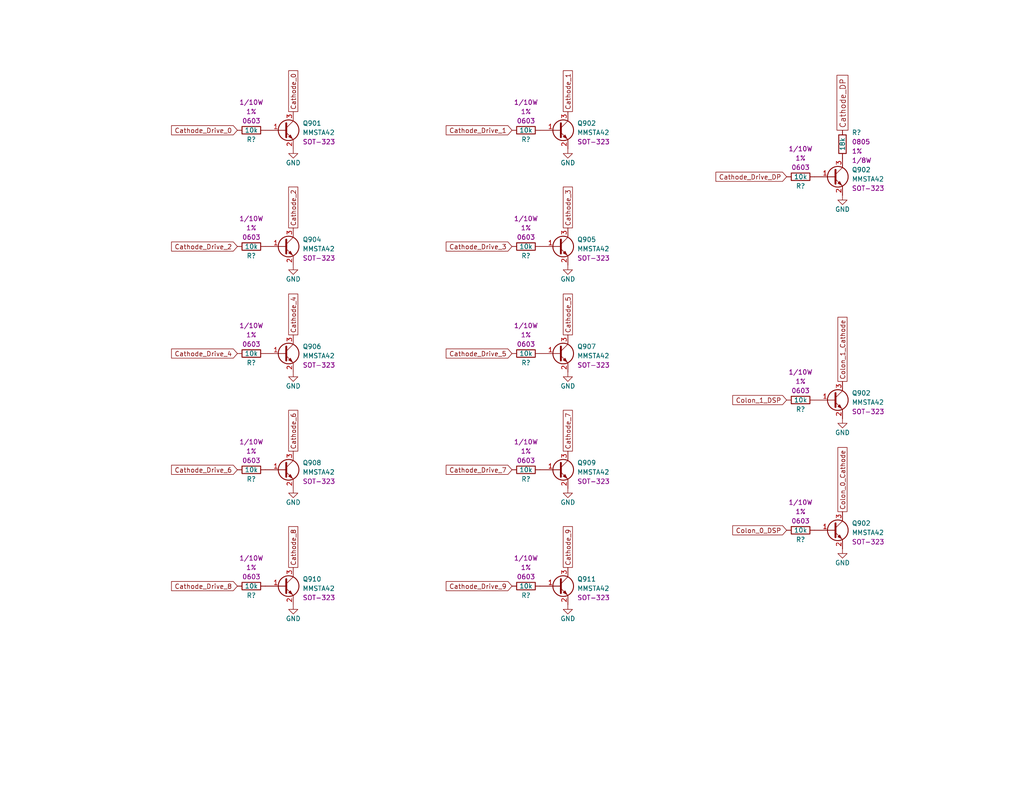
<source format=kicad_sch>
(kicad_sch (version 20230121) (generator eeschema)
  (paper "A")
  (title_block (date "2023-05-21") (rev "PRELIM") (company "Drew Maatman"))
  (lib_symbols
    (symbol "Custom Library:R_Custom" (pin_numbers hide) (pin_names (offset 1.016) hide)
      (property "Reference" "R" (at -2.54 0 90))
      (property "Value" "R_Custom" (at 0 0 90))
      (property "display_footprint" "Foot" (at 2.54 0 90))
      (property "Tolerance" "Tol" (at 5.08 0 90))
      (property "Wattage" "W" (at 7.62 0 90))
      (symbol "R_Custom_0_1"
        (rectangle (start 1.016 2.54) (end -1.016 -2.54) (stroke (width 0.254)))
      )
      (symbol "R_Custom_1_1"
        (pin passive line (at 0 3.81 270) (length 1.27) (name "1") (number "1"))
        (pin passive line (at 0 -3.81 90) (length 1.27) (name "2") (number "2"))
      )
    )
    (symbol "Nixie-Clock-rescue:GND" (power) (pin_names (offset 0))
      (property "Value" "GND" (at 0 -3.81 0))
      (symbol "GND_0_1"
        (polyline (pts (xy 0 0) (xy 0 -1.27) (xy 1.27 -1.27) (xy 0 -2.54) (xy -1.27 -1.27) (xy 0 -1.27)))
      )
      (symbol "GND_1_1"
        (pin power_in line (at 0 0 270) (length 0) hide (name "GND") (number "1"))
      )
    )
    (symbol "Nixie-Clock-rescue:Q_NPN_BEC" (pin_names (offset 0) hide)
      (property "Reference" "Q" (at 5.08 1.27 0))
      (property "Value" "Q_NPN_BEC" (at 5.08 -1.27 0))
      (symbol "Q_NPN_BEC_0_1"
        (polyline (pts (xy 0.635 0.635) (xy 2.54 2.54)))
        (polyline (pts (xy 0.635 -0.635) (xy 2.54 -2.54) (xy 2.54 -2.54)))
        (polyline (pts (xy 0.635 1.905) (xy 0.635 -1.905) (xy 0.635 -1.905)) (stroke (width 0.508)))
        (polyline (pts (xy 1.27 -1.778) (xy 1.778 -1.27) (xy 2.286 -2.286) (xy 1.27 -1.778) (xy 1.27 -1.778)) (fill (type outline)))
        (circle (center 1.27 0) (radius 2.8194) (stroke (width 0.254)))
      )
      (symbol "Q_NPN_BEC_1_1"
        (pin input line (at -5.08 0 0) (length 5.715) (name "B") (number "1"))
        (pin passive line (at 2.54 -5.08 90) (length 2.54) (name "E") (number "2"))
        (pin passive line (at 2.54 5.08 270) (length 2.54) (name "C") (number "3"))
      )
    )
  )
  (global_label "Colon_1_Cathode" (shape passive) (at 229.87 104.14 90) (property "Intersheetrefs" "${INTERSHEET_REFS}" (effects hide)))
  (global_label "Cathode_Drive_0" (shape input) (at 64.77 35.56 180) (property "Intersheetrefs" "${INTERSHEET_REFS}" (effects hide)))
  (global_label "Cathode_Drive_5" (shape input) (at 139.7 96.52 180) (property "Intersheetrefs" "${INTERSHEET_REFS}" (effects hide)))
  (global_label "Cathode_Drive_1" (shape input) (at 139.7 35.56 180) (property "Intersheetrefs" "${INTERSHEET_REFS}" (effects hide)))
  (global_label "Colon_0_DSP" (shape input) (at 214.63 144.78 180) (property "Intersheetrefs" "${INTERSHEET_REFS}" (effects hide)))
  (global_label "Cathode_Drive_7" (shape input) (at 139.7 128.27 180) (property "Intersheetrefs" "${INTERSHEET_REFS}" (effects hide)))
  (global_label "Cathode_3" (shape passive) (at 154.94 62.23 90) (property "Intersheetrefs" "${INTERSHEET_REFS}" (effects hide)))
  (global_label "Cathode_Drive_3" (shape input) (at 139.7 67.31 180) (property "Intersheetrefs" "${INTERSHEET_REFS}" (effects hide)))
  (global_label "Cathode_Drive_4" (shape input) (at 64.77 96.52 180) (property "Intersheetrefs" "${INTERSHEET_REFS}" (effects hide)))
  (global_label "Cathode_Drive_6" (shape input) (at 64.77 128.27 180) (property "Intersheetrefs" "${INTERSHEET_REFS}" (effects hide)))
  (global_label "Cathode_DP" (shape passive) (at 229.87 35.56 90) (effects (font (size 1.524 1.524))) (property "Intersheetrefs" "${INTERSHEET_REFS}" (effects hide)))
  (global_label "Cathode_9" (shape passive) (at 154.94 154.94 90) (property "Intersheetrefs" "${INTERSHEET_REFS}" (effects hide)))
  (global_label "Cathode_2" (shape passive) (at 80.01 62.23 90) (property "Intersheetrefs" "${INTERSHEET_REFS}" (effects hide)))
  (global_label "Cathode_6" (shape passive) (at 80.01 123.19 90) (property "Intersheetrefs" "${INTERSHEET_REFS}" (effects hide)))
  (global_label "Cathode_Drive_DP" (shape input) (at 214.63 48.26 180) (property "Intersheetrefs" "${INTERSHEET_REFS}" (effects hide)))
  (global_label "Cathode_0" (shape passive) (at 80.01 30.48 90) (property "Intersheetrefs" "${INTERSHEET_REFS}" (effects hide)))
  (global_label "Cathode_7" (shape passive) (at 154.94 123.19 90) (property "Intersheetrefs" "${INTERSHEET_REFS}" (effects hide)))
  (global_label "Cathode_1" (shape passive) (at 154.94 30.48 90) (property "Intersheetrefs" "${INTERSHEET_REFS}" (effects hide)))
  (global_label "Cathode_Drive_2" (shape input) (at 64.77 67.31 180) (property "Intersheetrefs" "${INTERSHEET_REFS}" (effects hide)))
  (global_label "Cathode_Drive_8" (shape input) (at 64.77 160.02 180) (property "Intersheetrefs" "${INTERSHEET_REFS}" (effects hide)))
  (global_label "Cathode_4" (shape passive) (at 80.01 91.44 90) (property "Intersheetrefs" "${INTERSHEET_REFS}" (effects hide)))
  (global_label "Cathode_Drive_9" (shape input) (at 139.7 160.02 180) (property "Intersheetrefs" "${INTERSHEET_REFS}" (effects hide)))
  (global_label "Colon_1_DSP" (shape input) (at 214.63 109.22 180) (property "Intersheetrefs" "${INTERSHEET_REFS}" (effects hide)))
  (global_label "Cathode_5" (shape passive) (at 154.94 91.44 90) (property "Intersheetrefs" "${INTERSHEET_REFS}" (effects hide)))
  (global_label "Cathode_8" (shape passive) (at 80.01 154.94 90) (property "Intersheetrefs" "${INTERSHEET_REFS}" (effects hide)))
  (global_label "Colon_0_Cathode" (shape passive) (at 229.87 139.7 90) (property "Intersheetrefs" "${INTERSHEET_REFS}" (effects hide)))
  (symbol (lib_id "Nixie-Clock-rescue:GND") (at 80.01 133.35 0) (unit 1)
    (property "Reference" "#PWR0104" (effects hide))
    (property "Value" "GND" (at 80.01 137.16 0))
    (instances (project "Nixie Clock" (path "" (reference "#PWR0104") (unit 1))) (project "IN12_carrier" (path "" (reference "#PWR0504") (unit 1))))
  )
  (symbol (lib_id "Custom Library:R_Custom") (at 68.58 67.31 90) (unit 1)
    (property "Reference" "R?" (at 68.58 69.85 90))
    (property "Value" "10k" (at 68.58 67.31 90))
    (property "Footprint" "Resistors_SMD:R_0603" (effects hide))
    (property "display_footprint" "0603" (at 68.58 64.77 90))
    (property "Tolerance" "1%" (at 68.58 62.23 90))
    (property "Wattage" "1/10W" (at 68.58 59.69 90))
    (property "Digi-Key PN" "PN" (effects hide))
  )
  (symbol (lib_id "Custom Library:R_Custom") (at 68.58 160.02 90) (unit 1)
    (property "Reference" "R?" (at 68.58 162.56 90))
    (property "Value" "10k" (at 68.58 160.02 90))
    (property "Footprint" "Resistors_SMD:R_0603" (effects hide))
    (property "display_footprint" "0603" (at 68.58 157.48 90))
    (property "Tolerance" "1%" (at 68.58 154.94 90))
    (property "Wattage" "1/10W" (at 68.58 152.4 90))
    (property "Digi-Key PN" "PN" (effects hide))
  )
  (symbol (lib_id "Nixie-Clock-rescue:GND") (at 80.01 165.1 0) (unit 1)
    (property "Reference" "#PWR0109" (effects hide))
    (property "Value" "GND" (at 80.01 168.91 0))
    (instances (project "Nixie Clock" (path "" (reference "#PWR0109") (unit 1))) (project "IN12_carrier" (path "" (reference "#PWR0505") (unit 1))))
  )
  (symbol (lib_id "Custom Library:R_Custom") (at 218.44 48.26 90) (unit 1)
    (property "Reference" "R?" (at 218.44 50.8 90))
    (property "Value" "10k" (at 218.44 48.26 90))
    (property "Footprint" "Resistors_SMD:R_0603" (effects hide))
    (property "display_footprint" "0603" (at 218.44 45.72 90))
    (property "Tolerance" "1%" (at 218.44 43.18 90))
    (property "Wattage" "1/10W" (at 218.44 40.64 90))
    (property "Digi-Key PN" "PN" (effects hide))
  )
  (symbol (lib_id "Nixie-Clock-rescue:GND") (at 80.01 101.6 0) (unit 1)
    (property "Reference" "#PWR0103" (effects hide))
    (property "Value" "GND" (at 80.01 105.41 0))
    (instances (project "Nixie Clock" (path "" (reference "#PWR0103") (unit 1))) (project "IN12_carrier" (path "" (reference "#PWR0503") (unit 1))))
  )
  (symbol (lib_id "Nixie-Clock-rescue:Q_NPN_BEC") (at 77.47 160.02 0) (unit 1)
    (property "Reference" "Q910" (at 82.55 158.115 0) (effects (justify left)))
    (property "Value" "MMSTA42" (at 82.55 160.655 0) (effects (justify left)))
    (property "Footprint" "TO_SOT_Packages_SMD:SOT-323_SC-70" (effects hide))
    (property "Footprint Display" "SOT-323" (at 82.55 163.195 0) (effects (justify left)))
    (instances (project "Nixie Clock" (path "" (reference "Q910") (unit 1))) (project "IN12_carrier" (path "" (reference "Q?") (unit 1))))
  )
  (symbol (lib_id "Nixie-Clock-rescue:Q_NPN_BEC") (at 77.47 67.31 0) (unit 1)
    (property "Reference" "Q904" (at 82.55 65.405 0) (effects (justify left)))
    (property "Value" "MMSTA42" (at 82.55 67.945 0) (effects (justify left)))
    (property "Footprint" "TO_SOT_Packages_SMD:SOT-323_SC-70" (effects hide))
    (property "Footprint Display" "SOT-323" (at 82.55 70.485 0) (effects (justify left)))
    (instances (project "Nixie Clock" (path "" (reference "Q904") (unit 1))) (project "IN12_carrier" (path "" (reference "Q?") (unit 1))))
  )
  (symbol (lib_id "Nixie-Clock-rescue:GND") (at 154.94 40.64 0) (unit 1)
    (property "Reference" "#PWR0105" (effects hide))
    (property "Value" "GND" (at 154.94 44.45 0))
    (instances (project "Nixie Clock" (path "" (reference "#PWR0105") (unit 1))) (project "IN12_carrier" (path "" (reference "#PWR0506") (unit 1))))
  )
  (symbol (lib_id "Custom Library:R_Custom") (at 218.44 109.22 90) (unit 1)
    (property "Reference" "R?" (at 218.44 111.76 90))
    (property "Value" "10k" (at 218.44 109.22 90))
    (property "Footprint" "Resistors_SMD:R_0603" (effects hide))
    (property "display_footprint" "0603" (at 218.44 106.68 90))
    (property "Tolerance" "1%" (at 218.44 104.14 90))
    (property "Wattage" "1/10W" (at 218.44 101.6 90))
    (property "Digi-Key PN" "PN" (effects hide))
  )
  (symbol (lib_id "Nixie-Clock-rescue:GND") (at 154.94 72.39 0) (unit 1)
    (property "Reference" "#PWR0106" (effects hide))
    (property "Value" "GND" (at 154.94 76.2 0))
    (instances (project "Nixie Clock" (path "" (reference "#PWR0106") (unit 1))) (project "IN12_carrier" (path "" (reference "#PWR0507") (unit 1))))
  )
  (symbol (lib_id "Nixie-Clock-rescue:Q_NPN_BEC") (at 152.4 128.27 0) (unit 1)
    (property "Reference" "Q909" (at 157.48 126.365 0) (effects (justify left)))
    (property "Value" "MMSTA42" (at 157.48 128.905 0) (effects (justify left)))
    (property "Footprint" "TO_SOT_Packages_SMD:SOT-323_SC-70" (effects hide))
    (property "Footprint Display" "SOT-323" (at 157.48 131.445 0) (effects (justify left)))
    (instances (project "Nixie Clock" (path "" (reference "Q909") (unit 1))) (project "IN12_carrier" (path "" (reference "Q?") (unit 1))))
  )
  (symbol (lib_id "Custom Library:R_Custom") (at 143.51 160.02 90) (unit 1)
    (property "Reference" "R?" (at 143.51 162.56 90))
    (property "Value" "10k" (at 143.51 160.02 90))
    (property "Footprint" "Resistors_SMD:R_0603" (effects hide))
    (property "display_footprint" "0603" (at 143.51 157.48 90))
    (property "Tolerance" "1%" (at 143.51 154.94 90))
    (property "Wattage" "1/10W" (at 143.51 152.4 90))
    (property "Digi-Key PN" "PN" (effects hide))
  )
  (symbol (lib_id "Custom Library:R_Custom") (at 218.44 144.78 90) (unit 1)
    (property "Reference" "R?" (at 218.44 147.32 90))
    (property "Value" "10k" (at 218.44 144.78 90))
    (property "Footprint" "Resistors_SMD:R_0603" (effects hide))
    (property "display_footprint" "0603" (at 218.44 142.24 90))
    (property "Tolerance" "1%" (at 218.44 139.7 90))
    (property "Wattage" "1/10W" (at 218.44 137.16 90))
    (property "Digi-Key PN" "PN" (effects hide))
  )
  (symbol (lib_id "Nixie-Clock-rescue:Q_NPN_BEC") (at 77.47 35.56 0) (unit 1)
    (property "Reference" "Q901" (at 82.55 33.655 0) (effects (justify left)))
    (property "Value" "MMSTA42" (at 82.55 36.195 0) (effects (justify left)))
    (property "Footprint" "TO_SOT_Packages_SMD:SOT-323_SC-70" (effects hide))
    (property "Footprint Display" "SOT-323" (at 82.55 38.735 0) (effects (justify left)))
    (instances (project "Nixie Clock" (path "" (reference "Q901") (unit 1))) (project "IN12_carrier" (path "" (reference "Q?") (unit 1))))
  )
  (symbol (lib_id "Custom Library:R_Custom") (at 68.58 128.27 90) (unit 1)
    (property "Reference" "R?" (at 68.58 130.81 90))
    (property "Value" "10k" (at 68.58 128.27 90))
    (property "Footprint" "Resistors_SMD:R_0603" (effects hide))
    (property "display_footprint" "0603" (at 68.58 125.73 90))
    (property "Tolerance" "1%" (at 68.58 123.19 90))
    (property "Wattage" "1/10W" (at 68.58 120.65 90))
    (property "Digi-Key PN" "PN" (effects hide))
  )
  (symbol (lib_id "Nixie-Clock-rescue:Q_NPN_BEC") (at 152.4 160.02 0) (unit 1)
    (property "Reference" "Q911" (at 157.48 158.115 0) (effects (justify left)))
    (property "Value" "MMSTA42" (at 157.48 160.655 0) (effects (justify left)))
    (property "Footprint" "TO_SOT_Packages_SMD:SOT-323_SC-70" (effects hide))
    (property "Footprint Display" "SOT-323" (at 157.48 163.195 0) (effects (justify left)))
    (instances (project "Nixie Clock" (path "" (reference "Q911") (unit 1))) (project "IN12_carrier" (path "" (reference "Q?") (unit 1))))
  )
  (symbol (lib_id "Nixie-Clock-rescue:Q_NPN_BEC") (at 77.47 128.27 0) (unit 1)
    (property "Reference" "Q908" (at 82.55 126.365 0) (effects (justify left)))
    (property "Value" "MMSTA42" (at 82.55 128.905 0) (effects (justify left)))
    (property "Footprint" "TO_SOT_Packages_SMD:SOT-323_SC-70" (effects hide))
    (property "Footprint Display" "SOT-323" (at 82.55 131.445 0) (effects (justify left)))
    (instances (project "Nixie Clock" (path "" (reference "Q908") (unit 1))) (project "IN12_carrier" (path "" (reference "Q?") (unit 1))))
  )
  (symbol (lib_id "Custom Library:R_Custom") (at 143.51 96.52 90) (unit 1)
    (property "Reference" "R?" (at 143.51 99.06 90))
    (property "Value" "10k" (at 143.51 96.52 90))
    (property "Footprint" "Resistors_SMD:R_0603" (effects hide))
    (property "display_footprint" "0603" (at 143.51 93.98 90))
    (property "Tolerance" "1%" (at 143.51 91.44 90))
    (property "Wattage" "1/10W" (at 143.51 88.9 90))
    (property "Digi-Key PN" "PN" (effects hide))
  )
  (symbol (lib_id "Nixie-Clock-rescue:GND") (at 229.87 149.86 0) (unit 1)
    (property "Reference" "#PWR0105" (effects hide))
    (property "Value" "GND" (at 229.87 153.67 0))
    (instances (project "Nixie Clock" (path "" (reference "#PWR0105") (unit 1))) (project "IN12_carrier" (path "" (reference "#PWR0513") (unit 1))))
  )
  (symbol (lib_id "Nixie-Clock-rescue:Q_NPN_BEC") (at 77.47 96.52 0) (unit 1)
    (property "Reference" "Q906" (at 82.55 94.615 0) (effects (justify left)))
    (property "Value" "MMSTA42" (at 82.55 97.155 0) (effects (justify left)))
    (property "Footprint" "TO_SOT_Packages_SMD:SOT-323_SC-70" (effects hide))
    (property "Footprint Display" "SOT-323" (at 82.55 99.695 0) (effects (justify left)))
    (instances (project "Nixie Clock" (path "" (reference "Q906") (unit 1))) (project "IN12_carrier" (path "" (reference "Q?") (unit 1))))
  )
  (symbol (lib_id "Custom Library:R_Custom") (at 68.58 35.56 90) (unit 1)
    (property "Reference" "R?" (at 68.58 38.1 90))
    (property "Value" "10k" (at 68.58 35.56 90))
    (property "Footprint" "Resistors_SMD:R_0603" (effects hide))
    (property "display_footprint" "0603" (at 68.58 33.02 90))
    (property "Tolerance" "1%" (at 68.58 30.48 90))
    (property "Wattage" "1/10W" (at 68.58 27.94 90))
    (property "Digi-Key PN" "PN" (effects hide))
  )
  (symbol (lib_id "Nixie-Clock-rescue:GND") (at 154.94 133.35 0) (unit 1)
    (property "Reference" "#PWR0108" (effects hide))
    (property "Value" "GND" (at 154.94 137.16 0))
    (instances (project "Nixie Clock" (path "" (reference "#PWR0108") (unit 1))) (project "IN12_carrier" (path "" (reference "#PWR0509") (unit 1))))
  )
  (symbol (lib_id "Nixie-Clock-rescue:Q_NPN_BEC") (at 227.33 109.22 0) (unit 1)
    (property "Reference" "Q902" (at 232.41 107.315 0) (effects (justify left)))
    (property "Value" "MMSTA42" (at 232.41 109.855 0) (effects (justify left)))
    (property "Footprint" "TO_SOT_Packages_SMD:SOT-323_SC-70" (effects hide))
    (property "Footprint Display" "SOT-323" (at 232.41 112.395 0) (effects (justify left)))
    (instances (project "Nixie Clock" (path "" (reference "Q902") (unit 1))) (project "IN12_carrier" (path "" (reference "Q?") (unit 1))))
  )
  (symbol (lib_id "Custom Library:R_Custom") (at 68.58 96.52 90) (unit 1)
    (property "Reference" "R?" (at 68.58 99.06 90))
    (property "Value" "10k" (at 68.58 96.52 90))
    (property "Footprint" "Resistors_SMD:R_0603" (effects hide))
    (property "display_footprint" "0603" (at 68.58 93.98 90))
    (property "Tolerance" "1%" (at 68.58 91.44 90))
    (property "Wattage" "1/10W" (at 68.58 88.9 90))
    (property "Digi-Key PN" "PN" (effects hide))
  )
  (symbol (lib_id "Custom Library:R_Custom") (at 143.51 128.27 90) (unit 1)
    (property "Reference" "R?" (at 143.51 130.81 90))
    (property "Value" "10k" (at 143.51 128.27 90))
    (property "Footprint" "Resistors_SMD:R_0603" (effects hide))
    (property "display_footprint" "0603" (at 143.51 125.73 90))
    (property "Tolerance" "1%" (at 143.51 123.19 90))
    (property "Wattage" "1/10W" (at 143.51 120.65 90))
    (property "Digi-Key PN" "PN" (effects hide))
  )
  (symbol (lib_id "Nixie-Clock-rescue:GND") (at 80.01 40.64 0) (unit 1)
    (property "Reference" "#PWR0101" (effects hide))
    (property "Value" "GND" (at 80.01 44.45 0))
    (instances (project "Nixie Clock" (path "" (reference "#PWR0101") (unit 1))) (project "IN12_carrier" (path "" (reference "#PWR0501") (unit 1))))
  )
  (symbol (lib_id "Nixie-Clock-rescue:GND") (at 229.87 53.34 0) (unit 1)
    (property "Reference" "#PWR0105" (effects hide))
    (property "Value" "GND" (at 229.87 57.15 0))
    (instances (project "Nixie Clock" (path "" (reference "#PWR0105") (unit 1))) (project "IN12_carrier" (path "" (reference "#PWR0511") (unit 1))))
  )
  (symbol (lib_id "Nixie-Clock-rescue:GND") (at 229.87 114.3 0) (unit 1)
    (property "Reference" "#PWR0105" (effects hide))
    (property "Value" "GND" (at 229.87 118.11 0))
    (instances (project "Nixie Clock" (path "" (reference "#PWR0105") (unit 1))) (project "IN12_carrier" (path "" (reference "#PWR0512") (unit 1))))
  )
  (symbol (lib_id "Nixie-Clock-rescue:Q_NPN_BEC") (at 152.4 35.56 0) (unit 1)
    (property "Reference" "Q902" (at 157.48 33.655 0) (effects (justify left)))
    (property "Value" "MMSTA42" (at 157.48 36.195 0) (effects (justify left)))
    (property "Footprint" "TO_SOT_Packages_SMD:SOT-323_SC-70" (effects hide))
    (property "Footprint Display" "SOT-323" (at 157.48 38.735 0) (effects (justify left)))
    (instances (project "Nixie Clock" (path "" (reference "Q902") (unit 1))) (project "IN12_carrier" (path "" (reference "Q?") (unit 1))))
  )
  (symbol (lib_id "Nixie-Clock-rescue:Q_NPN_BEC") (at 227.33 144.78 0) (unit 1)
    (property "Reference" "Q902" (at 232.41 142.875 0) (effects (justify left)))
    (property "Value" "MMSTA42" (at 232.41 145.415 0) (effects (justify left)))
    (property "Footprint" "TO_SOT_Packages_SMD:SOT-323_SC-70" (effects hide))
    (property "Footprint Display" "SOT-323" (at 232.41 147.955 0) (effects (justify left)))
    (instances (project "Nixie Clock" (path "" (reference "Q902") (unit 1))) (project "IN12_carrier" (path "" (reference "Q?") (unit 1))))
  )
  (symbol (lib_id "Nixie-Clock-rescue:GND") (at 154.94 101.6 0) (unit 1)
    (property "Reference" "#PWR0107" (effects hide))
    (property "Value" "GND" (at 154.94 105.41 0))
    (instances (project "Nixie Clock" (path "" (reference "#PWR0107") (unit 1))) (project "IN12_carrier" (path "" (reference "#PWR0508") (unit 1))))
  )
  (symbol (lib_id "Custom Library:R_Custom") (at 143.51 35.56 90) (unit 1)
    (property "Reference" "R?" (at 143.51 38.1 90))
    (property "Value" "10k" (at 143.51 35.56 90))
    (property "Footprint" "Resistors_SMD:R_0603" (effects hide))
    (property "display_footprint" "0603" (at 143.51 33.02 90))
    (property "Tolerance" "1%" (at 143.51 30.48 90))
    (property "Wattage" "1/10W" (at 143.51 27.94 90))
    (property "Digi-Key PN" "PN" (effects hide))
  )
  (symbol (lib_id "Nixie-Clock-rescue:Q_NPN_BEC") (at 152.4 67.31 0) (unit 1)
    (property "Reference" "Q905" (at 157.48 65.405 0) (effects (justify left)))
    (property "Value" "MMSTA42" (at 157.48 67.945 0) (effects (justify left)))
    (property "Footprint" "TO_SOT_Packages_SMD:SOT-323_SC-70" (effects hide))
    (property "Footprint Display" "SOT-323" (at 157.48 70.485 0) (effects (justify left)))
    (instances (project "Nixie Clock" (path "" (reference "Q905") (unit 1))) (project "IN12_carrier" (path "" (reference "Q?") (unit 1))))
  )
  (symbol (lib_id "Nixie-Clock-rescue:Q_NPN_BEC") (at 227.33 48.26 0) (unit 1)
    (property "Reference" "Q902" (at 232.41 46.355 0) (effects (justify left)))
    (property "Value" "MMSTA42" (at 232.41 48.895 0) (effects (justify left)))
    (property "Footprint" "TO_SOT_Packages_SMD:SOT-323_SC-70" (effects hide))
    (property "Footprint Display" "SOT-323" (at 232.41 51.435 0) (effects (justify left)))
    (instances (project "Nixie Clock" (path "" (reference "Q902") (unit 1))) (project "IN12_carrier" (path "" (reference "Q?") (unit 1))))
  )
  (symbol (lib_id "Custom Library:R_Custom") (at 143.51 67.31 90) (unit 1)
    (property "Reference" "R?" (at 143.51 69.85 90))
    (property "Value" "10k" (at 143.51 67.31 90))
    (property "Footprint" "Resistors_SMD:R_0603" (effects hide))
    (property "display_footprint" "0603" (at 143.51 64.77 90))
    (property "Tolerance" "1%" (at 143.51 62.23 90))
    (property "Wattage" "1/10W" (at 143.51 59.69 90))
    (property "Digi-Key PN" "PN" (effects hide))
  )
  (symbol (lib_id "Nixie-Clock-rescue:GND") (at 80.01 72.39 0) (unit 1)
    (property "Reference" "#PWR0102" (effects hide))
    (property "Value" "GND" (at 80.01 76.2 0))
    (instances (project "Nixie Clock" (path "" (reference "#PWR0102") (unit 1))) (project "IN12_carrier" (path "" (reference "#PWR0502") (unit 1))))
  )
  (symbol (lib_id "Nixie-Clock-rescue:Q_NPN_BEC") (at 152.4 96.52 0) (unit 1)
    (property "Reference" "Q907" (at 157.48 94.615 0) (effects (justify left)))
    (property "Value" "MMSTA42" (at 157.48 97.155 0) (effects (justify left)))
    (property "Footprint" "TO_SOT_Packages_SMD:SOT-323_SC-70" (effects hide))
    (property "Footprint Display" "SOT-323" (at 157.48 99.695 0) (effects (justify left)))
    (instances (project "Nixie Clock" (path "" (reference "Q907") (unit 1))) (project "IN12_carrier" (path "" (reference "Q?") (unit 1))))
  )
  (symbol (lib_id "Nixie-Clock-rescue:GND") (at 154.94 165.1 0) (unit 1)
    (property "Reference" "#PWR0110" (effects hide))
    (property "Value" "GND" (at 154.94 168.91 0))
    (instances (project "Nixie Clock" (path "" (reference "#PWR0110") (unit 1))) (project "IN12_carrier" (path "" (reference "#PWR0510") (unit 1))))
  )
  (symbol (lib_id "Custom Library:R_Custom") (at 229.87 39.37 0) (mirror x) (unit 1)
    (property "Reference" "R?" (at 232.41 36.195 0) (effects (justify left)))
    (property "Value" "18k" (at 229.87 39.37 90))
    (property "Footprint" "Resistors_SMD:R_0805" (effects hide))
    (property "display_footprint" "0805" (at 232.41 38.735 0) (effects (justify left)))
    (property "Tolerance" "1%" (at 232.41 41.275 0) (effects (justify left)))
    (property "Wattage" "1/8W" (at 232.41 43.815 0) (effects (justify left)))
    (property "Digi-Key PN" "PN" (effects hide))
  )
)
</source>
